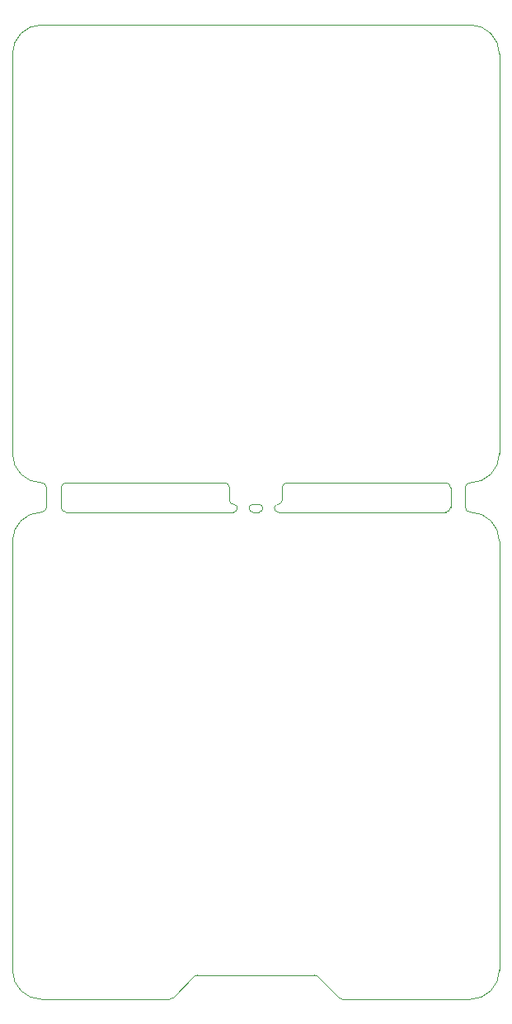
<source format=gm1>
G04 #@! TF.GenerationSoftware,KiCad,Pcbnew,9.0.4*
G04 #@! TF.CreationDate,2025-11-05T08:00:03+09:00*
G04 #@! TF.ProjectId,esp32_JJY_sim_C3_rev2,65737033-325f-44a4-9a59-5f73696d5f43,rev?*
G04 #@! TF.SameCoordinates,Original*
G04 #@! TF.FileFunction,Profile,NP*
%FSLAX46Y46*%
G04 Gerber Fmt 4.6, Leading zero omitted, Abs format (unit mm)*
G04 Created by KiCad (PCBNEW 9.0.4) date 2025-11-05 08:00:03*
%MOMM*%
%LPD*%
G01*
G04 APERTURE LIST*
G04 #@! TA.AperFunction,Profile*
%ADD10C,0.050000*%
G04 #@! TD*
G04 APERTURE END LIST*
D10*
X145000000Y-99500000D02*
G75*
G02*
X144500000Y-100000000I-500000J0D01*
G01*
X127300000Y-100000000D02*
G75*
G02*
X127300000Y-99200000I0J400000D01*
G01*
X144500000Y-97000000D02*
G75*
G02*
X145000000Y-97500000I0J-500000D01*
G01*
X122300000Y-97500000D02*
X122300000Y-98800000D01*
X128200000Y-97000000D02*
X144500000Y-97000000D01*
X127700000Y-98800000D02*
G75*
G02*
X127300000Y-99200000I-400000J0D01*
G01*
X131000000Y-147500000D02*
G75*
G02*
X131353553Y-147646447I0J-500000D01*
G01*
X105000000Y-97500000D02*
X105000000Y-99500000D01*
X103500000Y-99500000D02*
G75*
G02*
X103000000Y-100000000I-500000J0D01*
G01*
X103500000Y-99500000D02*
X103500000Y-97500000D01*
X121800000Y-97000000D02*
G75*
G02*
X122300000Y-97500000I0J-500000D01*
G01*
X116462211Y-149853553D02*
G75*
G02*
X116108658Y-149999970I-353511J353553D01*
G01*
X150000000Y-94000000D02*
G75*
G02*
X147000000Y-97000000I-3000000J0D01*
G01*
X144500000Y-100000000D02*
X127300000Y-100000000D01*
X147000000Y-50000000D02*
G75*
G02*
X150000000Y-53000000I0J-3000000D01*
G01*
X116108658Y-150000000D02*
X103000000Y-150000000D01*
X127700000Y-97500000D02*
G75*
G02*
X128200000Y-97000000I500000J0D01*
G01*
X105000000Y-97500000D02*
G75*
G02*
X105500000Y-97000000I500000J0D01*
G01*
X150000000Y-53000000D02*
X150000000Y-94000000D01*
X147000000Y-100000000D02*
G75*
G02*
X150000000Y-103000000I0J-3000000D01*
G01*
X131000000Y-147500000D02*
X119000000Y-147500000D01*
X100000000Y-53000000D02*
G75*
G02*
X103000000Y-50000000I3000000J0D01*
G01*
X118646447Y-147646447D02*
G75*
G02*
X119000000Y-147500001I353553J-353553D01*
G01*
X122700000Y-99200000D02*
G75*
G02*
X122300000Y-98800000I0J400000D01*
G01*
X118646447Y-147646448D02*
X116462211Y-149853553D01*
X100000000Y-103000000D02*
G75*
G02*
X103000000Y-100000000I3000000J0D01*
G01*
X103000000Y-97000000D02*
G75*
G02*
X100000000Y-94000000I0J3000000D01*
G01*
X150000000Y-147000000D02*
X150000000Y-103000000D01*
X122700000Y-99200000D02*
G75*
G02*
X122700000Y-100000000I0J-400000D01*
G01*
X125300000Y-99200000D02*
X124700000Y-99200000D01*
X100000000Y-94000000D02*
X100000000Y-53000000D01*
X150000000Y-147000000D02*
G75*
G02*
X147000000Y-150000000I-3000000J0D01*
G01*
X103000000Y-97000000D02*
G75*
G02*
X103500000Y-97500000I0J-500000D01*
G01*
X124700000Y-100000000D02*
X125300000Y-100000000D01*
X105500000Y-100000000D02*
G75*
G02*
X105000000Y-99500000I0J500000D01*
G01*
X146500000Y-97500000D02*
X146500000Y-99500000D01*
X122700000Y-100000000D02*
X105500000Y-100000000D01*
X133891332Y-150000000D02*
G75*
G02*
X133537771Y-149853561I68J500200D01*
G01*
X125300000Y-99200000D02*
G75*
G02*
X125300000Y-100000000I0J-400000D01*
G01*
X146500000Y-97500000D02*
G75*
G02*
X147000000Y-97000000I500000J0D01*
G01*
X121800000Y-97000000D02*
X105500000Y-97000000D01*
X147000000Y-100000000D02*
G75*
G02*
X146500000Y-99500000I0J500000D01*
G01*
X100000000Y-147000000D02*
X100000000Y-103000000D01*
X103000000Y-150000000D02*
G75*
G02*
X100000000Y-147000000I0J3000000D01*
G01*
X145000000Y-99500000D02*
X145000000Y-97500000D01*
X124700000Y-100000000D02*
G75*
G02*
X124700000Y-99200000I0J400000D01*
G01*
X133891332Y-150000000D02*
X147000000Y-150000000D01*
X103000000Y-50000000D02*
X147000000Y-50000000D01*
X127700000Y-97500000D02*
X127700000Y-98800000D01*
X131353553Y-147646447D02*
X133537764Y-149853553D01*
M02*

</source>
